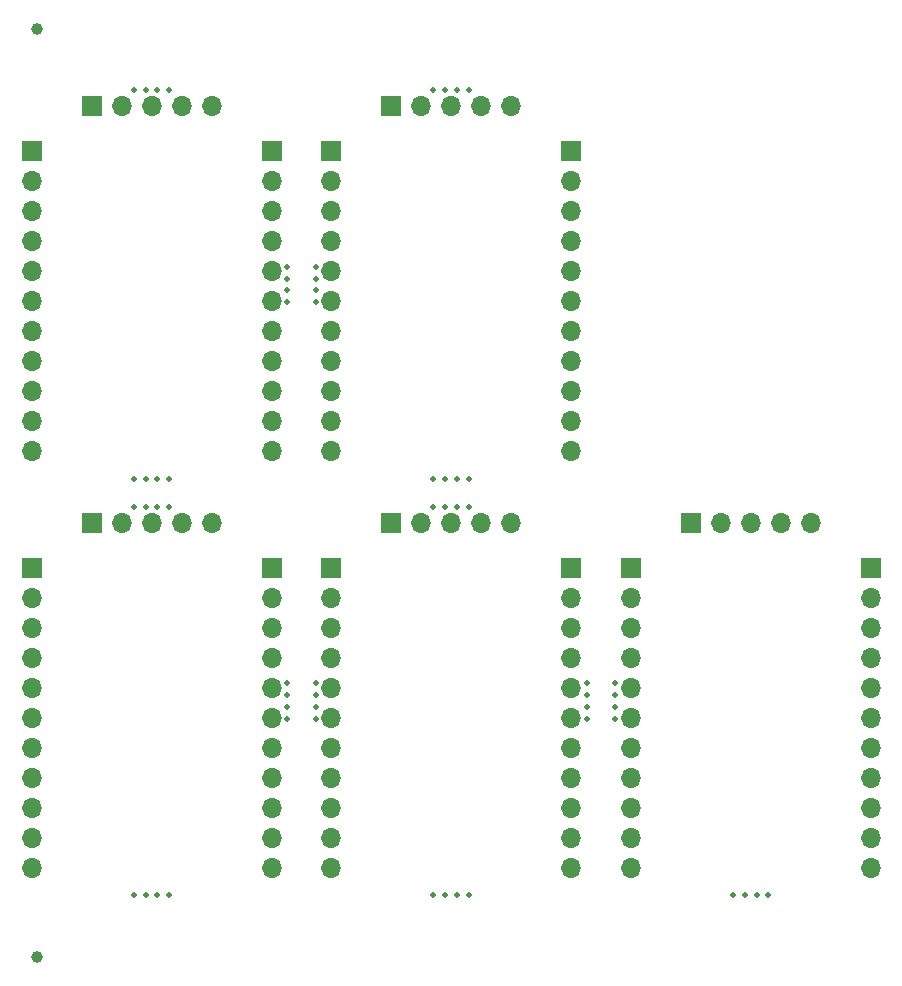
<source format=gbr>
%TF.GenerationSoftware,KiCad,Pcbnew,(6.0.8)*%
%TF.CreationDate,2022-11-08T11:05:07+01:00*%
%TF.ProjectId,STM32G030F6P6,53544d33-3247-4303-9330-463650362e6b,2.0*%
%TF.SameCoordinates,Original*%
%TF.FileFunction,Soldermask,Bot*%
%TF.FilePolarity,Negative*%
%FSLAX46Y46*%
G04 Gerber Fmt 4.6, Leading zero omitted, Abs format (unit mm)*
G04 Created by KiCad (PCBNEW (6.0.8)) date 2022-11-08 11:05:07*
%MOMM*%
%LPD*%
G01*
G04 APERTURE LIST*
%ADD10R,1.700000X1.700000*%
%ADD11O,1.700000X1.700000*%
%ADD12C,0.500000*%
%ADD13C,1.000000*%
G04 APERTURE END LIST*
D10*
%TO.C,J2*%
X72340000Y-58798000D03*
D11*
X74880000Y-58798000D03*
X77420000Y-58798000D03*
X79960000Y-58798000D03*
X82500000Y-58798000D03*
%TD*%
D12*
%TO.C,REF\u002A\u002A*%
X53551973Y-22201475D03*
%TD*%
%TO.C,REF\u002A\u002A*%
X53551973Y-57475474D03*
%TD*%
%TO.C,REF\u002A\u002A*%
X63534852Y-72410982D03*
%TD*%
D10*
%TO.C,J2*%
X46972000Y-58798000D03*
D11*
X49512000Y-58798000D03*
X52052000Y-58798000D03*
X54592000Y-58798000D03*
X57132000Y-58798000D03*
%TD*%
D12*
%TO.C,REF\u002A\u002A*%
X77920026Y-90346789D03*
%TD*%
%TO.C,REF\u002A\u002A*%
X52551973Y-57475342D03*
%TD*%
%TO.C,REF\u002A\u002A*%
X51551973Y-22201211D03*
%TD*%
%TO.C,REF\u002A\u002A*%
X78920026Y-90346920D03*
%TD*%
%TO.C,REF\u002A\u002A*%
X75920026Y-90346525D03*
%TD*%
%TO.C,REF\u002A\u002A*%
X40569322Y-73411017D03*
%TD*%
%TO.C,REF\u002A\u002A*%
X26183974Y-57475210D03*
%TD*%
%TO.C,REF\u002A\u002A*%
X40569322Y-38137018D03*
%TD*%
%TO.C,REF\u002A\u002A*%
X51551973Y-57475210D03*
%TD*%
%TO.C,REF\u002A\u002A*%
X38166589Y-40136982D03*
%TD*%
%TO.C,REF\u002A\u002A*%
X76920026Y-90346657D03*
%TD*%
D10*
%TO.C,J2*%
X21604000Y-58798000D03*
D11*
X24144000Y-58798000D03*
X26684000Y-58798000D03*
X29224000Y-58798000D03*
X31764000Y-58798000D03*
%TD*%
D10*
%TO.C,J2*%
X46972000Y-23524000D03*
D11*
X49512000Y-23524000D03*
X52052000Y-23524000D03*
X54592000Y-23524000D03*
X57132000Y-23524000D03*
%TD*%
D12*
%TO.C,REF\u002A\u002A*%
X25184027Y-90346525D03*
%TD*%
%TO.C,REF\u002A\u002A*%
X40569410Y-37137018D03*
%TD*%
%TO.C,REF\u002A\u002A*%
X25183974Y-57475079D03*
%TD*%
%TO.C,REF\u002A\u002A*%
X25183974Y-22201080D03*
%TD*%
%TO.C,REF\u002A\u002A*%
X27183973Y-22201343D03*
%TD*%
%TO.C,REF\u002A\u002A*%
X27183973Y-57475342D03*
%TD*%
%TO.C,REF\u002A\u002A*%
X26184027Y-55072657D03*
%TD*%
%TO.C,REF\u002A\u002A*%
X28184026Y-90346920D03*
%TD*%
%TO.C,REF\u002A\u002A*%
X53552026Y-55072920D03*
%TD*%
%TO.C,REF\u002A\u002A*%
X52551973Y-22201343D03*
%TD*%
%TO.C,REF\u002A\u002A*%
X38166677Y-39136982D03*
%TD*%
%TO.C,REF\u002A\u002A*%
X26184027Y-90346657D03*
%TD*%
%TO.C,REF\u002A\u002A*%
X38166852Y-72410982D03*
%TD*%
%TO.C,REF\u002A\u002A*%
X38166852Y-37136983D03*
%TD*%
%TO.C,REF\u002A\u002A*%
X51552026Y-55072657D03*
%TD*%
%TO.C,REF\u002A\u002A*%
X52552026Y-90346789D03*
%TD*%
%TO.C,REF\u002A\u002A*%
X65937147Y-75411017D03*
%TD*%
%TO.C,REF\u002A\u002A*%
X63534677Y-74410982D03*
%TD*%
%TO.C,REF\u002A\u002A*%
X40569147Y-40137017D03*
%TD*%
%TO.C,REF\u002A\u002A*%
X28183973Y-57475474D03*
%TD*%
%TO.C,REF\u002A\u002A*%
X38166677Y-74410982D03*
%TD*%
%TO.C,REF\u002A\u002A*%
X40569147Y-75411017D03*
%TD*%
%TO.C,REF\u002A\u002A*%
X52552026Y-55072789D03*
%TD*%
%TO.C,REF\u002A\u002A*%
X27184026Y-55072789D03*
%TD*%
%TO.C,REF\u002A\u002A*%
X50552026Y-90346525D03*
%TD*%
%TO.C,REF\u002A\u002A*%
X40569235Y-74411017D03*
%TD*%
%TO.C,REF\u002A\u002A*%
X50552026Y-55072525D03*
%TD*%
%TO.C,REF\u002A\u002A*%
X65937235Y-74411017D03*
%TD*%
%TO.C,REF\u002A\u002A*%
X63534589Y-75410982D03*
%TD*%
%TO.C,REF\u002A\u002A*%
X38166764Y-38136983D03*
%TD*%
%TO.C,REF\u002A\u002A*%
X65937410Y-72411017D03*
%TD*%
D10*
%TO.C,J2*%
X21604000Y-23524000D03*
D11*
X24144000Y-23524000D03*
X26684000Y-23524000D03*
X29224000Y-23524000D03*
X31764000Y-23524000D03*
%TD*%
D12*
%TO.C,REF\u002A\u002A*%
X25184027Y-55072525D03*
%TD*%
%TO.C,REF\u002A\u002A*%
X28183973Y-22201475D03*
%TD*%
%TO.C,REF\u002A\u002A*%
X38166589Y-75410982D03*
%TD*%
%TO.C,REF\u002A\u002A*%
X50551973Y-22201080D03*
%TD*%
%TO.C,REF\u002A\u002A*%
X27184026Y-90346789D03*
%TD*%
%TO.C,REF\u002A\u002A*%
X26183974Y-22201211D03*
%TD*%
%TO.C,REF\u002A\u002A*%
X28184026Y-55072920D03*
%TD*%
%TO.C,REF\u002A\u002A*%
X51552026Y-90346657D03*
%TD*%
%TO.C,REF\u002A\u002A*%
X50551973Y-57475079D03*
%TD*%
%TO.C,REF\u002A\u002A*%
X65937322Y-73411017D03*
%TD*%
%TO.C,REF\u002A\u002A*%
X40569235Y-39137017D03*
%TD*%
%TO.C,REF\u002A\u002A*%
X63534764Y-73410982D03*
%TD*%
%TO.C,REF\u002A\u002A*%
X40569410Y-72411017D03*
%TD*%
%TO.C,REF\u002A\u002A*%
X53552026Y-90346920D03*
%TD*%
%TO.C,REF\u002A\u002A*%
X38166764Y-73410982D03*
%TD*%
D10*
%TO.C,J3*%
X62212000Y-62608000D03*
D11*
X62212000Y-65148000D03*
X62212000Y-67688000D03*
X62212000Y-70228000D03*
X62212000Y-72768000D03*
X62212000Y-75308000D03*
X62212000Y-77848000D03*
X62212000Y-80388000D03*
X62212000Y-82928000D03*
X62212000Y-85468000D03*
X62212000Y-88008000D03*
%TD*%
D10*
%TO.C,J3*%
X36844000Y-62608000D03*
D11*
X36844000Y-65148000D03*
X36844000Y-67688000D03*
X36844000Y-70228000D03*
X36844000Y-72768000D03*
X36844000Y-75308000D03*
X36844000Y-77848000D03*
X36844000Y-80388000D03*
X36844000Y-82928000D03*
X36844000Y-85468000D03*
X36844000Y-88008000D03*
%TD*%
D10*
%TO.C,J3*%
X87580000Y-62608000D03*
D11*
X87580000Y-65148000D03*
X87580000Y-67688000D03*
X87580000Y-70228000D03*
X87580000Y-72768000D03*
X87580000Y-75308000D03*
X87580000Y-77848000D03*
X87580000Y-80388000D03*
X87580000Y-82928000D03*
X87580000Y-85468000D03*
X87580000Y-88008000D03*
%TD*%
D10*
%TO.C,J1*%
X16524000Y-27334000D03*
D11*
X16524000Y-29874000D03*
X16524000Y-32414000D03*
X16524000Y-34954000D03*
X16524000Y-37494000D03*
X16524000Y-40034000D03*
X16524000Y-42574000D03*
X16524000Y-45114000D03*
X16524000Y-47654000D03*
X16524000Y-50194000D03*
X16524000Y-52734000D03*
%TD*%
D10*
%TO.C,J1*%
X67260000Y-62608000D03*
D11*
X67260000Y-65148000D03*
X67260000Y-67688000D03*
X67260000Y-70228000D03*
X67260000Y-72768000D03*
X67260000Y-75308000D03*
X67260000Y-77848000D03*
X67260000Y-80388000D03*
X67260000Y-82928000D03*
X67260000Y-85468000D03*
X67260000Y-88008000D03*
%TD*%
D10*
%TO.C,J1*%
X16524000Y-62608000D03*
D11*
X16524000Y-65148000D03*
X16524000Y-67688000D03*
X16524000Y-70228000D03*
X16524000Y-72768000D03*
X16524000Y-75308000D03*
X16524000Y-77848000D03*
X16524000Y-80388000D03*
X16524000Y-82928000D03*
X16524000Y-85468000D03*
X16524000Y-88008000D03*
%TD*%
D13*
%TO.C,REF\u002A\u002A*%
X17000000Y-95548000D03*
%TD*%
D10*
%TO.C,J1*%
X41892000Y-62608000D03*
D11*
X41892000Y-65148000D03*
X41892000Y-67688000D03*
X41892000Y-70228000D03*
X41892000Y-72768000D03*
X41892000Y-75308000D03*
X41892000Y-77848000D03*
X41892000Y-80388000D03*
X41892000Y-82928000D03*
X41892000Y-85468000D03*
X41892000Y-88008000D03*
%TD*%
D10*
%TO.C,J3*%
X62212000Y-27334000D03*
D11*
X62212000Y-29874000D03*
X62212000Y-32414000D03*
X62212000Y-34954000D03*
X62212000Y-37494000D03*
X62212000Y-40034000D03*
X62212000Y-42574000D03*
X62212000Y-45114000D03*
X62212000Y-47654000D03*
X62212000Y-50194000D03*
X62212000Y-52734000D03*
%TD*%
D13*
%TO.C,REF\u002A\u002A*%
X17000000Y-17000000D03*
%TD*%
D10*
%TO.C,J1*%
X41892000Y-27334000D03*
D11*
X41892000Y-29874000D03*
X41892000Y-32414000D03*
X41892000Y-34954000D03*
X41892000Y-37494000D03*
X41892000Y-40034000D03*
X41892000Y-42574000D03*
X41892000Y-45114000D03*
X41892000Y-47654000D03*
X41892000Y-50194000D03*
X41892000Y-52734000D03*
%TD*%
D10*
%TO.C,J3*%
X36844000Y-27334000D03*
D11*
X36844000Y-29874000D03*
X36844000Y-32414000D03*
X36844000Y-34954000D03*
X36844000Y-37494000D03*
X36844000Y-40034000D03*
X36844000Y-42574000D03*
X36844000Y-45114000D03*
X36844000Y-47654000D03*
X36844000Y-50194000D03*
X36844000Y-52734000D03*
%TD*%
M02*

</source>
